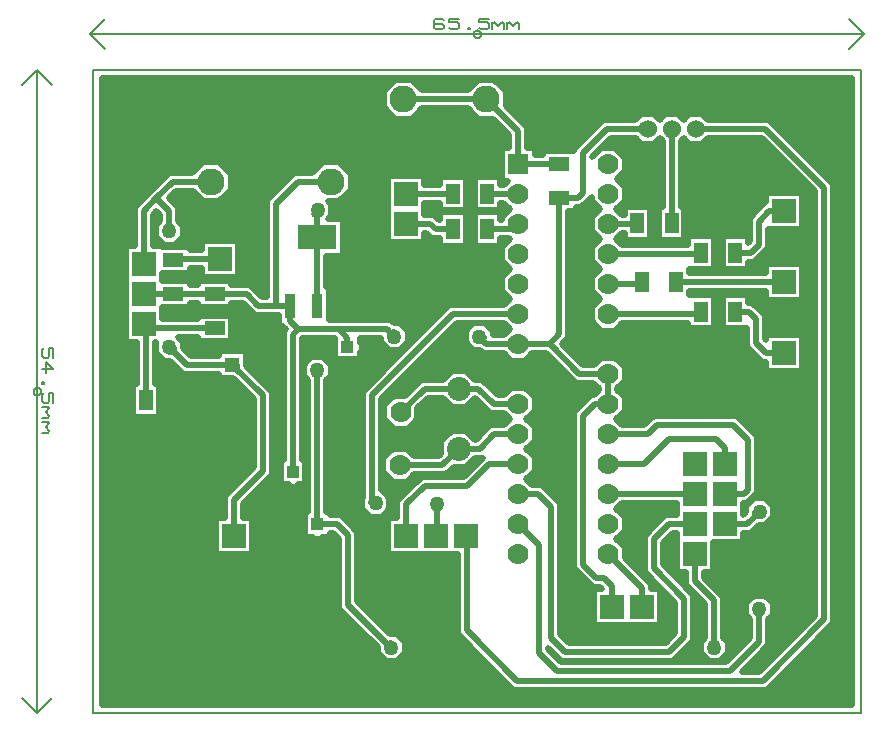
<source format=gbr>
G04 PROTEUS RS274X GERBER FILE*
%FSLAX45Y45*%
%MOMM*%
G01*
%ADD10C,0.508000*%
%ADD11C,1.270000*%
%ADD12R,2.032000X2.032000*%
%ADD23R,1.803400X1.143000*%
%ADD24R,1.143000X1.803400*%
%ADD13R,1.280000X1.280000*%
%ADD14C,0.254000*%
%ADD15C,1.280000*%
%ADD16R,1.050000X1.050000*%
%ADD17C,1.050000*%
%ADD18C,2.286000*%
%ADD25R,0.939800X2.159000*%
%ADD26R,3.251200X2.159000*%
%ADD19R,1.778000X1.778000*%
%ADD70C,1.778000*%
%ADD71C,2.032000*%
%ADD20C,1.524000*%
%ADD21C,4.000000*%
%ADD22C,0.203200*%
G36*
X+6496909Y+123660D02*
X+144229Y+123660D01*
X+144229Y+5426340D01*
X+6496909Y+5426340D01*
X+6496909Y+123660D01*
G37*
%LPC*%
G36*
X+2251668Y+4618386D02*
X+2251668Y+4481614D01*
X+2154955Y+4384901D01*
X+2058710Y+4384901D01*
X+2086637Y+4356974D01*
X+2086637Y+4262286D01*
X+2063100Y+4238749D01*
X+2183928Y+4238749D01*
X+2183928Y+3921251D01*
X+2046768Y+3921251D01*
X+2046768Y+3658749D01*
X+2068358Y+3658749D01*
X+2068358Y+3376348D01*
X+2592729Y+3376348D01*
X+2616225Y+3352852D01*
X+2670108Y+3352852D01*
X+2737063Y+3285897D01*
X+2737063Y+3191209D01*
X+2670108Y+3124254D01*
X+2575420Y+3124254D01*
X+2508465Y+3191209D01*
X+2508465Y+3223950D01*
X+2328868Y+3223950D01*
X+2328868Y+3188717D01*
X+2350551Y+3210400D01*
X+2400587Y+3210400D01*
X+2435969Y+3175018D01*
X+2435969Y+3124982D01*
X+2400587Y+3089600D01*
X+2350551Y+3089600D01*
X+2328868Y+3111283D01*
X+2328868Y+3046701D01*
X+2122270Y+3046701D01*
X+2122270Y+3223950D01*
X+1842881Y+3223950D01*
X+1841768Y+3222837D01*
X+1841768Y+2198299D01*
X+1868868Y+2198299D01*
X+1868868Y+1991701D01*
X+1804286Y+1991701D01*
X+1825969Y+1970018D01*
X+1825969Y+1919982D01*
X+1790587Y+1884600D01*
X+1740551Y+1884600D01*
X+1705169Y+1919982D01*
X+1705169Y+1970018D01*
X+1726852Y+1991701D01*
X+1662270Y+1991701D01*
X+1662270Y+2198299D01*
X+1689370Y+2198299D01*
X+1689370Y+3285959D01*
X+1703560Y+3300149D01*
X+1664370Y+3339339D01*
X+1664370Y+3341251D01*
X+1642780Y+3341251D01*
X+1642780Y+3423801D01*
X+1440692Y+3423801D01*
X+1340533Y+3523960D01*
X+1241538Y+3523960D01*
X+1241538Y+3492051D01*
X+959600Y+3492051D01*
X+959600Y+3523801D01*
X+891538Y+3523801D01*
X+891538Y+3492051D01*
X+652968Y+3492051D01*
X+652968Y+3386199D01*
X+959600Y+3386199D01*
X+959600Y+3417949D01*
X+1241538Y+3417949D01*
X+1241538Y+3202051D01*
X+959600Y+3202051D01*
X+959600Y+3233801D01*
X+793686Y+3233801D01*
X+830945Y+3196542D01*
X+830945Y+3142659D01*
X+897405Y+3076199D01*
X+1135770Y+3076199D01*
X+1135770Y+3114799D01*
X+1365368Y+3114799D01*
X+1365368Y+2992961D01*
X+1584125Y+2774204D01*
X+1584125Y+2069008D01*
X+1339407Y+1824290D01*
X+1339407Y+1702399D01*
X+1418968Y+1702399D01*
X+1418968Y+1397601D01*
X+1114170Y+1397601D01*
X+1114170Y+1702399D01*
X+1187009Y+1702399D01*
X+1187009Y+1887412D01*
X+1431727Y+2132130D01*
X+1431727Y+2711082D01*
X+1257608Y+2885201D01*
X+1135770Y+2885201D01*
X+1135770Y+2923801D01*
X+834283Y+2923801D01*
X+723185Y+3034899D01*
X+669302Y+3034899D01*
X+602347Y+3101854D01*
X+602347Y+3193601D01*
X+596768Y+3193601D01*
X+596768Y+2840969D01*
X+628518Y+2840969D01*
X+628518Y+2559031D01*
X+412620Y+2559031D01*
X+412620Y+2840969D01*
X+444370Y+2840969D01*
X+444370Y+3193601D01*
X+348170Y+3193601D01*
X+348170Y+4006399D01*
X+424370Y+4006399D01*
X+424370Y+4334747D01*
X+713655Y+4624032D01*
X+911116Y+4624032D01*
X+1002183Y+4715099D01*
X+1138955Y+4715099D01*
X+1235668Y+4618386D01*
X+1235668Y+4481614D01*
X+1138955Y+4384901D01*
X+1002183Y+4384901D01*
X+915450Y+4471634D01*
X+776779Y+4471634D01*
X+716738Y+4411591D01*
X+792845Y+4335484D01*
X+792845Y+4216775D01*
X+830945Y+4178675D01*
X+830945Y+4083987D01*
X+763990Y+4017032D01*
X+669302Y+4017032D01*
X+602347Y+4083987D01*
X+602347Y+4178675D01*
X+640447Y+4216775D01*
X+640447Y+4272362D01*
X+608978Y+4303831D01*
X+576768Y+4271622D01*
X+576768Y+4006399D01*
X+652968Y+4006399D01*
X+652968Y+3997949D01*
X+891538Y+3997949D01*
X+891538Y+3976199D01*
X+998170Y+3976199D01*
X+998170Y+4052399D01*
X+1302968Y+4052399D01*
X+1302968Y+3747601D01*
X+998170Y+3747601D01*
X+998170Y+3823801D01*
X+891538Y+3823801D01*
X+891538Y+3782051D01*
X+652968Y+3782051D01*
X+652968Y+3707949D01*
X+891538Y+3707949D01*
X+891538Y+3676199D01*
X+959600Y+3676199D01*
X+959600Y+3707949D01*
X+1241538Y+3707949D01*
X+1241538Y+3676358D01*
X+1403655Y+3676358D01*
X+1503814Y+3576199D01*
X+1544370Y+3576199D01*
X+1544370Y+4397823D01*
X+1773205Y+4626658D01*
X+1929742Y+4626658D01*
X+2018183Y+4715099D01*
X+2154955Y+4715099D01*
X+2251668Y+4618386D01*
G37*
G36*
X+835969Y+2710521D02*
X+835969Y+2689479D01*
X+821090Y+2674600D01*
X+800048Y+2674600D01*
X+785169Y+2689479D01*
X+785169Y+2710521D01*
X+800048Y+2725400D01*
X+821090Y+2725400D01*
X+835969Y+2710521D01*
G37*
G36*
X+1222444Y+2567900D02*
X+1278694Y+2567900D01*
X+1318469Y+2528125D01*
X+1318469Y+2471875D01*
X+1278694Y+2432100D01*
X+1222444Y+2432100D01*
X+1182669Y+2471875D01*
X+1182669Y+2528125D01*
X+1222444Y+2567900D01*
G37*
G36*
X+1444369Y+1518437D02*
X+1444369Y+1581563D01*
X+1489006Y+1626200D01*
X+1552132Y+1626200D01*
X+1596769Y+1581563D01*
X+1596769Y+1518437D01*
X+1552132Y+1473800D01*
X+1489006Y+1473800D01*
X+1444369Y+1518437D01*
G37*
G36*
X+1328369Y+3868437D02*
X+1328369Y+3931563D01*
X+1373006Y+3976200D01*
X+1436132Y+3976200D01*
X+1480769Y+3931563D01*
X+1480769Y+3868437D01*
X+1436132Y+3823800D01*
X+1373006Y+3823800D01*
X+1328369Y+3868437D01*
G37*
G36*
X+2225969Y+3510521D02*
X+2225969Y+3489479D01*
X+2211090Y+3474600D01*
X+2190048Y+3474600D01*
X+2175169Y+3489479D01*
X+2175169Y+3510521D01*
X+2190048Y+3525400D01*
X+2211090Y+3525400D01*
X+2225969Y+3510521D01*
G37*
G36*
X+2082403Y+3002308D02*
X+2082403Y+2907620D01*
X+2044303Y+2869520D01*
X+2044303Y+1753299D01*
X+2073868Y+1753299D01*
X+2073868Y+1726199D01*
X+2170569Y+1726199D01*
X+2307646Y+1589122D01*
X+2307646Y+1000689D01*
X+2588974Y+719361D01*
X+2642857Y+719361D01*
X+2709812Y+652406D01*
X+2709812Y+557718D01*
X+2642857Y+490763D01*
X+2548169Y+490763D01*
X+2481214Y+557718D01*
X+2481214Y+611601D01*
X+2155248Y+937567D01*
X+2155248Y+1526000D01*
X+2107447Y+1573801D01*
X+2073868Y+1573801D01*
X+2073868Y+1546701D01*
X+2009286Y+1546701D01*
X+2030969Y+1525018D01*
X+2030969Y+1474982D01*
X+1995587Y+1439600D01*
X+1945551Y+1439600D01*
X+1910169Y+1474982D01*
X+1910169Y+1525018D01*
X+1931852Y+1546701D01*
X+1867270Y+1546701D01*
X+1867270Y+1753299D01*
X+1891905Y+1753299D01*
X+1891905Y+2869520D01*
X+1853805Y+2907620D01*
X+1853805Y+3002308D01*
X+1920760Y+3069263D01*
X+2015448Y+3069263D01*
X+2082403Y+3002308D01*
G37*
G36*
X+3565099Y+5318386D02*
X+3565099Y+5192661D01*
X+3746768Y+5010992D01*
X+3746768Y+4839699D01*
X+3810268Y+4839699D01*
X+3810268Y+4776199D01*
X+3879600Y+4776199D01*
X+3879600Y+4807949D01*
X+4141511Y+4807949D01*
X+4141511Y+4826604D01*
X+4345337Y+5030430D01*
X+4345337Y+5030432D01*
X+4389973Y+5075068D01*
X+4662833Y+5075068D01*
X+4714764Y+5126999D01*
X+4819974Y+5126999D01*
X+4868969Y+5078004D01*
X+4917964Y+5126999D01*
X+5023174Y+5126999D01*
X+5072169Y+5078004D01*
X+5121164Y+5126999D01*
X+5226374Y+5126999D01*
X+5277174Y+5076199D01*
X+5795939Y+5076199D01*
X+6339799Y+4532339D01*
X+6339799Y+814096D01*
X+5774771Y+249068D01*
X+3630089Y+249068D01*
X+3157987Y+721170D01*
X+3157987Y+1397601D01*
X+2572170Y+1397601D01*
X+2572170Y+1702399D01*
X+2648370Y+1702399D01*
X+2648370Y+1850005D01*
X+2853554Y+2055189D01*
X+3210430Y+2055189D01*
X+3371042Y+2215801D01*
X+3309895Y+2215801D01*
X+3233695Y+2139601D01*
X+3125930Y+2139601D01*
X+3060130Y+2073801D01*
X+2791934Y+2073801D01*
X+2728434Y+2010301D01*
X+2612704Y+2010301D01*
X+2530870Y+2092135D01*
X+2530870Y+2207865D01*
X+2612704Y+2289699D01*
X+2728434Y+2289699D01*
X+2791934Y+2226199D01*
X+2997008Y+2226199D01*
X+3018170Y+2247361D01*
X+3018170Y+2355126D01*
X+3107443Y+2444399D01*
X+3233695Y+2444399D01*
X+3309895Y+2368199D01*
X+3313854Y+2368199D01*
X+3435859Y+2490204D01*
X+3549209Y+2490204D01*
X+3600005Y+2541000D01*
X+3549924Y+2591081D01*
X+3435859Y+2591081D01*
X+3306517Y+2720423D01*
X+3233695Y+2647601D01*
X+3107443Y+2647601D01*
X+3031243Y+2723801D01*
X+2910130Y+2723801D01*
X+2818268Y+2631939D01*
X+2818268Y+2542135D01*
X+2736434Y+2460301D01*
X+2620704Y+2460301D01*
X+2538870Y+2542135D01*
X+2538870Y+2657865D01*
X+2620704Y+2739699D01*
X+2710508Y+2739699D01*
X+2847008Y+2876199D01*
X+3031243Y+2876199D01*
X+3107443Y+2952399D01*
X+3233695Y+2952399D01*
X+3309895Y+2876199D01*
X+3366261Y+2876199D01*
X+3498981Y+2743479D01*
X+3548484Y+2743479D01*
X+3612704Y+2807699D01*
X+3728434Y+2807699D01*
X+3810268Y+2725865D01*
X+3810268Y+2610135D01*
X+3741133Y+2541000D01*
X+3810268Y+2471865D01*
X+3810268Y+2356135D01*
X+3741133Y+2287000D01*
X+3810268Y+2217865D01*
X+3810268Y+2102135D01*
X+3741133Y+2033000D01*
X+3791934Y+1982199D01*
X+3872528Y+1982199D01*
X+4026199Y+1828528D01*
X+4026199Y+719167D01*
X+4099637Y+645729D01*
X+4920708Y+645729D01*
X+5002384Y+727405D01*
X+5002384Y+988304D01*
X+4741519Y+1249169D01*
X+4741519Y+1553933D01*
X+4917963Y+1730377D01*
X+5014170Y+1730377D01*
X+5014170Y+1829801D01*
X+4553934Y+1829801D01*
X+4503133Y+1779000D01*
X+4572268Y+1709865D01*
X+4572268Y+1594135D01*
X+4503133Y+1525000D01*
X+4572268Y+1455865D01*
X+4572268Y+1366061D01*
X+4796768Y+1141561D01*
X+4796768Y+1102399D01*
X+4872968Y+1102399D01*
X+4872968Y+797601D01*
X+4314170Y+797601D01*
X+4314170Y+1102399D01*
X+4381009Y+1102399D01*
X+4363050Y+1120358D01*
X+4301258Y+1120358D01*
X+4143137Y+1278479D01*
X+4143137Y+2598245D01*
X+4289091Y+2744199D01*
X+4311204Y+2744199D01*
X+4356370Y+2789365D01*
X+4356370Y+2800635D01*
X+4308532Y+2848473D01*
X+4158410Y+2848473D01*
X+3907082Y+3099801D01*
X+3791934Y+3099801D01*
X+3728434Y+3036301D01*
X+3612704Y+3036301D01*
X+3549204Y+3099801D01*
X+3370887Y+3099801D01*
X+3346434Y+3124254D01*
X+3292551Y+3124254D01*
X+3225596Y+3191209D01*
X+3225596Y+3285897D01*
X+3292551Y+3352852D01*
X+3387239Y+3352852D01*
X+3454194Y+3285897D01*
X+3454194Y+3252199D01*
X+3549204Y+3252199D01*
X+3600005Y+3303000D01*
X+3549204Y+3353801D01*
X+3149580Y+3353801D01*
X+2506573Y+2710794D01*
X+2506573Y+1943074D01*
X+2514588Y+1943074D01*
X+2581543Y+1876119D01*
X+2581543Y+1781431D01*
X+2514588Y+1714476D01*
X+2419900Y+1714476D01*
X+2352945Y+1781431D01*
X+2352945Y+1876119D01*
X+2354175Y+1877349D01*
X+2354175Y+2773916D01*
X+3086458Y+3506199D01*
X+3549204Y+3506199D01*
X+3600005Y+3557000D01*
X+3530870Y+3626135D01*
X+3530870Y+3741865D01*
X+3600005Y+3811000D01*
X+3530870Y+3880135D01*
X+3530870Y+3995865D01*
X+3600005Y+4065000D01*
X+3591204Y+4073801D01*
X+3518518Y+4073801D01*
X+3518518Y+4009031D01*
X+3302620Y+4009031D01*
X+3302620Y+4290969D01*
X+3518518Y+4290969D01*
X+3518518Y+4226199D01*
X+3530870Y+4226199D01*
X+3530870Y+4249865D01*
X+3600005Y+4319000D01*
X+3545204Y+4373801D01*
X+3518518Y+4373801D01*
X+3518518Y+4309031D01*
X+3302620Y+4309031D01*
X+3302620Y+4590969D01*
X+3518518Y+4590969D01*
X+3518518Y+4526199D01*
X+3553204Y+4526199D01*
X+3587306Y+4560301D01*
X+3530870Y+4560301D01*
X+3530870Y+4839699D01*
X+3594370Y+4839699D01*
X+3594370Y+4947870D01*
X+3457339Y+5084901D01*
X+3331614Y+5084901D01*
X+3242714Y+5173801D01*
X+2857286Y+5173801D01*
X+2768386Y+5084901D01*
X+2631614Y+5084901D01*
X+2534901Y+5181614D01*
X+2534901Y+5318386D01*
X+2631614Y+5415099D01*
X+2768386Y+5415099D01*
X+2857286Y+5326199D01*
X+3242714Y+5326199D01*
X+3331614Y+5415099D01*
X+3468386Y+5415099D01*
X+3565099Y+5318386D01*
G37*
G36*
X+3607069Y+2895697D02*
X+3607069Y+2948303D01*
X+3644266Y+2985500D01*
X+3696872Y+2985500D01*
X+3734069Y+2948303D01*
X+3734069Y+2895697D01*
X+3696872Y+2858500D01*
X+3644266Y+2858500D01*
X+3607069Y+2895697D01*
G37*
G36*
X+2234069Y+2626303D02*
X+2234069Y+2573697D01*
X+2196872Y+2536500D01*
X+2144266Y+2536500D01*
X+2107069Y+2573697D01*
X+2107069Y+2626303D01*
X+2144266Y+2663500D01*
X+2196872Y+2663500D01*
X+2234069Y+2626303D01*
G37*
G36*
X+2226069Y+2176303D02*
X+2226069Y+2123697D01*
X+2188872Y+2086500D01*
X+2136266Y+2086500D01*
X+2099069Y+2123697D01*
X+2099069Y+2176303D01*
X+2136266Y+2213500D01*
X+2188872Y+2213500D01*
X+2226069Y+2176303D01*
G37*
G36*
X+2872968Y+4526199D02*
X+3012620Y+4526199D01*
X+3012620Y+4590969D01*
X+3228518Y+4590969D01*
X+3228518Y+4309031D01*
X+3012620Y+4309031D01*
X+3012620Y+4373801D01*
X+2872968Y+4373801D01*
X+2872968Y+4272199D01*
X+2956934Y+4272199D01*
X+3004095Y+4225038D01*
X+3012620Y+4225038D01*
X+3012620Y+4290969D01*
X+3228518Y+4290969D01*
X+3228518Y+4009031D01*
X+3012620Y+4009031D01*
X+3012620Y+4072640D01*
X+2940973Y+4072640D01*
X+2893812Y+4119801D01*
X+2872968Y+4119801D01*
X+2872968Y+4043601D01*
X+2568170Y+4043601D01*
X+2568170Y+4602399D01*
X+2872968Y+4602399D01*
X+2872968Y+4526199D01*
G37*
G36*
X+2689006Y+4018200D02*
X+2752132Y+4018200D01*
X+2796769Y+3973563D01*
X+2796769Y+3910437D01*
X+2752132Y+3865800D01*
X+2689006Y+3865800D01*
X+2644369Y+3910437D01*
X+2644369Y+3973563D01*
X+2689006Y+4018200D01*
G37*
G36*
X+2546769Y+1581563D02*
X+2546769Y+1518437D01*
X+2502132Y+1473800D01*
X+2439006Y+1473800D01*
X+2394369Y+1518437D01*
X+2394369Y+1581563D01*
X+2439006Y+1626200D01*
X+2502132Y+1626200D01*
X+2546769Y+1581563D01*
G37*
G36*
X+4288769Y+981563D02*
X+4288769Y+918437D01*
X+4244132Y+873800D01*
X+4181006Y+873800D01*
X+4136369Y+918437D01*
X+4136369Y+981563D01*
X+4181006Y+1026200D01*
X+4244132Y+1026200D01*
X+4288769Y+981563D01*
G37*
G36*
X+4100354Y+2730607D02*
X+4100354Y+2772691D01*
X+4130112Y+2802449D01*
X+4172196Y+2802449D01*
X+4201954Y+2772691D01*
X+4201954Y+2730607D01*
X+4172196Y+2700849D01*
X+4130112Y+2700849D01*
X+4100354Y+2730607D01*
G37*
G36*
X+242669Y+5076311D02*
X+242669Y+5223689D01*
X+346880Y+5327900D01*
X+494258Y+5327900D01*
X+598469Y+5223689D01*
X+598469Y+5076311D01*
X+494258Y+4972100D01*
X+346880Y+4972100D01*
X+242669Y+5076311D01*
G37*
G36*
X+6042669Y+5076311D02*
X+6042669Y+5223689D01*
X+6146880Y+5327900D01*
X+6294258Y+5327900D01*
X+6398469Y+5223689D01*
X+6398469Y+5076311D01*
X+6294258Y+4972100D01*
X+6146880Y+4972100D01*
X+6042669Y+5076311D01*
G37*
G36*
X+6092669Y+276311D02*
X+6092669Y+423689D01*
X+6196880Y+527900D01*
X+6344258Y+527900D01*
X+6448469Y+423689D01*
X+6448469Y+276311D01*
X+6344258Y+172100D01*
X+6196880Y+172100D01*
X+6092669Y+276311D01*
G37*
G36*
X+192669Y+276311D02*
X+192669Y+423689D01*
X+296880Y+527900D01*
X+444258Y+527900D01*
X+548469Y+423689D01*
X+548469Y+276311D01*
X+444258Y+172100D01*
X+296880Y+172100D01*
X+192669Y+276311D01*
G37*
G36*
X+2668437Y+4876200D02*
X+2731563Y+4876200D01*
X+2776200Y+4831563D01*
X+2776200Y+4768437D01*
X+2731563Y+4723800D01*
X+2668437Y+4723800D01*
X+2623800Y+4768437D01*
X+2623800Y+4831563D01*
X+2668437Y+4876200D01*
G37*
G36*
X+3368437Y+4876200D02*
X+3431563Y+4876200D01*
X+3476200Y+4831563D01*
X+3476200Y+4768437D01*
X+3431563Y+4723800D01*
X+3368437Y+4723800D01*
X+3323800Y+4768437D01*
X+3323800Y+4831563D01*
X+3368437Y+4876200D01*
G37*
%LPD*%
G36*
X+1250569Y+3000000D02*
X+1253128Y+2961485D01*
X+1286843Y+2963726D01*
X+1289084Y+2997441D01*
X+1250569Y+3000000D01*
G37*
G36*
X+1250569Y+3000000D02*
X+1221525Y+3025424D01*
X+1199269Y+3000000D01*
X+1221525Y+2974576D01*
X+1250569Y+3000000D01*
G37*
G36*
X+1765569Y+2095000D02*
X+1785416Y+2113452D01*
X+1765569Y+2134800D01*
X+1745722Y+2113452D01*
X+1765569Y+2095000D01*
G37*
G36*
X+1970569Y+3500000D02*
X+1987342Y+3513593D01*
X+1970569Y+3534290D01*
X+1953796Y+3513593D01*
X+1970569Y+3500000D01*
G37*
G36*
X+1740569Y+3500000D02*
X+1723796Y+3486407D01*
X+1740569Y+3465710D01*
X+1757342Y+3486407D01*
X+1740569Y+3500000D01*
G37*
G36*
X+1740569Y+3500000D02*
X+1726976Y+3516773D01*
X+1706279Y+3500000D01*
X+1726976Y+3483227D01*
X+1740569Y+3500000D01*
G37*
G36*
X+2225569Y+3150000D02*
X+2245710Y+3168130D01*
X+2226209Y+3189794D01*
X+2206022Y+3168769D01*
X+2225569Y+3150000D01*
G37*
G36*
X+1970569Y+1650000D02*
X+1989021Y+1630153D01*
X+2010369Y+1650000D01*
X+1989021Y+1669847D01*
X+1970569Y+1650000D01*
G37*
G36*
X+1970569Y+1650000D02*
X+1989235Y+1669646D01*
X+1968104Y+1689723D01*
X+1949617Y+1667187D01*
X+1970569Y+1650000D01*
G37*
G36*
X+4767369Y+5000000D02*
X+4726193Y+5029751D01*
X+4703880Y+4998869D01*
X+4727279Y+4968801D01*
X+4767369Y+5000000D01*
G37*
G36*
X+4970569Y+5000000D02*
X+4940090Y+4959360D01*
X+4970569Y+4936500D01*
X+5001048Y+4959360D01*
X+4970569Y+5000000D01*
G37*
G36*
X+5173769Y+5000000D02*
X+5214409Y+4969521D01*
X+5237269Y+5000000D01*
X+5214409Y+5030479D01*
X+5173769Y+5000000D01*
G37*
G36*
X+2467244Y+1828775D02*
X+2464859Y+1866800D01*
X+2431323Y+1864696D01*
X+2429219Y+1831160D01*
X+2467244Y+1828775D01*
G37*
G36*
X+2983438Y+1824678D02*
X+2958238Y+1796103D01*
X+2983438Y+1773878D01*
X+3008638Y+1796103D01*
X+2983438Y+1824678D01*
G37*
G36*
X+5715247Y+1758784D02*
X+5677222Y+1756399D01*
X+5679326Y+1722863D01*
X+5712862Y+1720759D01*
X+5715247Y+1758784D01*
G37*
G36*
X+5713416Y+932873D02*
X+5688216Y+904298D01*
X+5713416Y+882073D01*
X+5738616Y+904298D01*
X+5713416Y+932873D01*
G37*
G36*
X+4151154Y+2751649D02*
X+4122579Y+2776849D01*
X+4100354Y+2751649D01*
X+4122579Y+2726449D01*
X+4151154Y+2751649D01*
G37*
G36*
X+3339895Y+3238553D02*
X+3342280Y+3200528D01*
X+3375816Y+3202632D01*
X+3377920Y+3236168D01*
X+3339895Y+3238553D01*
G37*
G36*
X+2622764Y+3238553D02*
X+2620379Y+3276578D01*
X+2586843Y+3274474D01*
X+2584739Y+3240938D01*
X+2622764Y+3238553D01*
G37*
G36*
X+1972338Y+4309630D02*
X+1946158Y+4281950D01*
X+1970569Y+4258861D01*
X+1996528Y+4280195D01*
X+1972338Y+4309630D01*
G37*
G36*
X+1968104Y+2954964D02*
X+1942904Y+2926389D01*
X+1968104Y+2904164D01*
X+1993304Y+2926389D01*
X+1968104Y+2954964D01*
G37*
G36*
X+2595513Y+605062D02*
X+2593128Y+643087D01*
X+2559592Y+640983D01*
X+2557488Y+607447D01*
X+2595513Y+605062D01*
G37*
G36*
X+5330246Y+605062D02*
X+5355446Y+633637D01*
X+5330246Y+655861D01*
X+5305046Y+633637D01*
X+5330246Y+605062D01*
G37*
G36*
X+716646Y+3149198D02*
X+719031Y+3111173D01*
X+752567Y+3113277D01*
X+754671Y+3146813D01*
X+716646Y+3149198D01*
G37*
G36*
X+716646Y+4131331D02*
X+741846Y+4159906D01*
X+716646Y+4182131D01*
X+691446Y+4159906D01*
X+716646Y+4131331D01*
G37*
G36*
X+6187401Y+4469217D02*
X+6187401Y+877218D01*
X+5711649Y+401466D01*
X+5564463Y+401466D01*
X+5789615Y+626618D01*
X+5789615Y+847429D01*
X+5827715Y+885529D01*
X+5827715Y+980217D01*
X+5760760Y+1047172D01*
X+5666072Y+1047172D01*
X+5599117Y+980217D01*
X+5599117Y+885529D01*
X+5637217Y+847429D01*
X+5637217Y+689740D01*
X+5432800Y+485323D01*
X+4034553Y+485323D01*
X+3927194Y+592682D01*
X+3927194Y+602652D01*
X+4036515Y+493331D01*
X+4983830Y+493331D01*
X+5154782Y+664283D01*
X+5154782Y+1051426D01*
X+4893917Y+1312291D01*
X+4893917Y+1490811D01*
X+4981085Y+1577979D01*
X+5014170Y+1577979D01*
X+5014170Y+1247601D01*
X+5093180Y+1247601D01*
X+5093180Y+1136534D01*
X+5254047Y+975667D01*
X+5254047Y+690506D01*
X+5215947Y+652406D01*
X+5215947Y+557718D01*
X+5282902Y+490763D01*
X+5377590Y+490763D01*
X+5444545Y+557718D01*
X+5444545Y+652406D01*
X+5406445Y+690506D01*
X+5406445Y+1038789D01*
X+5245578Y+1199656D01*
X+5245578Y+1247601D01*
X+5318968Y+1247601D01*
X+5318968Y+1501601D01*
X+5572968Y+1501601D01*
X+5572968Y+1577801D01*
X+5642024Y+1577801D01*
X+5708708Y+1644485D01*
X+5762591Y+1644485D01*
X+5829546Y+1711440D01*
X+5829546Y+1806128D01*
X+5762591Y+1873083D01*
X+5667903Y+1873083D01*
X+5600948Y+1806128D01*
X+5600948Y+1752245D01*
X+5578902Y+1730199D01*
X+5572968Y+1730199D01*
X+5572968Y+1832093D01*
X+5612898Y+1832093D01*
X+5693718Y+1912913D01*
X+5693718Y+2397558D01*
X+5520632Y+2570644D01*
X+4818893Y+2570644D01*
X+4738448Y+2490199D01*
X+4553934Y+2490199D01*
X+4503133Y+2541000D01*
X+4572268Y+2610135D01*
X+4572268Y+2725865D01*
X+4508768Y+2789365D01*
X+4508768Y+2800635D01*
X+4572268Y+2864135D01*
X+4572268Y+2979865D01*
X+4490434Y+3061699D01*
X+4374704Y+3061699D01*
X+4313876Y+3000871D01*
X+4221532Y+3000871D01*
X+4046403Y+3176000D01*
X+4096768Y+3226365D01*
X+4096768Y+4302051D01*
X+4161538Y+4302051D01*
X+4161538Y+4333801D01*
X+4205548Y+4333801D01*
X+4292870Y+4421123D01*
X+4292870Y+4388135D01*
X+4362005Y+4319000D01*
X+4292870Y+4249865D01*
X+4292870Y+4134135D01*
X+4362005Y+4065000D01*
X+4292870Y+3995865D01*
X+4292870Y+3880135D01*
X+4362005Y+3811000D01*
X+4292870Y+3741865D01*
X+4292870Y+3626135D01*
X+4362005Y+3557000D01*
X+4292870Y+3487865D01*
X+4292870Y+3372135D01*
X+4374704Y+3290301D01*
X+4490434Y+3290301D01*
X+4553934Y+3353801D01*
X+5112620Y+3353801D01*
X+5112620Y+3309031D01*
X+5328518Y+3309031D01*
X+5328518Y+3590969D01*
X+5118518Y+3590969D01*
X+5118518Y+3623801D01*
X+5768170Y+3623801D01*
X+5768170Y+3547601D01*
X+6072968Y+3547601D01*
X+6072968Y+3852399D01*
X+5768170Y+3852399D01*
X+5768170Y+3776199D01*
X+5118518Y+3776199D01*
X+5118518Y+3809031D01*
X+5328518Y+3809031D01*
X+5328518Y+4090969D01*
X+5112620Y+4090969D01*
X+5112620Y+4014199D01*
X+4553934Y+4014199D01*
X+4503133Y+4065000D01*
X+4553934Y+4115801D01*
X+4572620Y+4115801D01*
X+4572620Y+4059031D01*
X+4788518Y+4059031D01*
X+4788518Y+4340969D01*
X+4572620Y+4340969D01*
X+4572620Y+4268199D01*
X+4553934Y+4268199D01*
X+4503133Y+4319000D01*
X+4572268Y+4388135D01*
X+4572268Y+4503865D01*
X+4504133Y+4572000D01*
X+4572268Y+4640135D01*
X+4572268Y+4755865D01*
X+4490434Y+4837699D01*
X+4374704Y+4837699D01*
X+4293909Y+4756904D01*
X+4293909Y+4763482D01*
X+4453097Y+4922670D01*
X+4665095Y+4922670D01*
X+4714764Y+4873001D01*
X+4819974Y+4873001D01*
X+4868969Y+4921996D01*
X+4894370Y+4896595D01*
X+4894370Y+4340969D01*
X+4862620Y+4340969D01*
X+4862620Y+4059031D01*
X+5078518Y+4059031D01*
X+5078518Y+4340969D01*
X+5046768Y+4340969D01*
X+5046768Y+4896595D01*
X+5072169Y+4921996D01*
X+5121164Y+4873001D01*
X+5226374Y+4873001D01*
X+5277174Y+4923801D01*
X+5732817Y+4923801D01*
X+6187401Y+4469217D01*
G37*
%LPC*%
G36*
X+4369069Y+3149697D02*
X+4369069Y+3202303D01*
X+4406266Y+3239500D01*
X+4458872Y+3239500D01*
X+4496069Y+3202303D01*
X+4496069Y+3149697D01*
X+4458872Y+3112500D01*
X+4406266Y+3112500D01*
X+4369069Y+3149697D01*
G37*
G36*
X+5618518Y+3526199D02*
X+5653575Y+3526199D01*
X+5759588Y+3420186D01*
X+5759588Y+3217564D01*
X+5768170Y+3208982D01*
X+5768170Y+3252399D01*
X+6072968Y+3252399D01*
X+6072968Y+2947601D01*
X+5768170Y+2947601D01*
X+5768170Y+3025379D01*
X+5736253Y+3025379D01*
X+5607190Y+3154442D01*
X+5607190Y+3309031D01*
X+5402620Y+3309031D01*
X+5402620Y+3590969D01*
X+5618518Y+3590969D01*
X+5618518Y+3526199D01*
G37*
G36*
X+6072968Y+4147601D02*
X+5784916Y+4147601D01*
X+5784916Y+3986635D01*
X+5672082Y+3873801D01*
X+5618518Y+3873801D01*
X+5618518Y+3809031D01*
X+5402620Y+3809031D01*
X+5402620Y+4090969D01*
X+5618518Y+4090969D01*
X+5618518Y+4035757D01*
X+5632518Y+4049757D01*
X+5632518Y+4245141D01*
X+5762787Y+4375410D01*
X+5768170Y+4375410D01*
X+5768170Y+4452399D01*
X+6072968Y+4452399D01*
X+6072968Y+4147601D01*
G37*
G36*
X+5889006Y+2922200D02*
X+5952132Y+2922200D01*
X+5996769Y+2877563D01*
X+5996769Y+2814437D01*
X+5952132Y+2769800D01*
X+5889006Y+2769800D01*
X+5844369Y+2814437D01*
X+5844369Y+2877563D01*
X+5889006Y+2922200D01*
G37*
G36*
X+5889006Y+3522200D02*
X+5952132Y+3522200D01*
X+5996769Y+3477563D01*
X+5996769Y+3414437D01*
X+5952132Y+3369800D01*
X+5889006Y+3369800D01*
X+5844369Y+3414437D01*
X+5844369Y+3477563D01*
X+5889006Y+3522200D01*
G37*
G36*
X+5889006Y+4122200D02*
X+5952132Y+4122200D01*
X+5996769Y+4077563D01*
X+5996769Y+4014437D01*
X+5952132Y+3969800D01*
X+5889006Y+3969800D01*
X+5844369Y+4014437D01*
X+5844369Y+4077563D01*
X+5889006Y+4122200D01*
G37*
G36*
X+5452132Y+1323800D02*
X+5389006Y+1323800D01*
X+5344369Y+1368437D01*
X+5344369Y+1431563D01*
X+5389006Y+1476200D01*
X+5452132Y+1476200D01*
X+5496769Y+1431563D01*
X+5496769Y+1368437D01*
X+5452132Y+1323800D01*
G37*
G36*
X+4098518Y+3217302D02*
X+4098518Y+3259386D01*
X+4128276Y+3289144D01*
X+4170360Y+3289144D01*
X+4200118Y+3259386D01*
X+4200118Y+3217302D01*
X+4170360Y+3187544D01*
X+4128276Y+3187544D01*
X+4098518Y+3217302D01*
G37*
%LPD*%
G36*
X+4149318Y+3238344D02*
X+4177893Y+3213144D01*
X+4200118Y+3238344D01*
X+4177893Y+3263544D01*
X+4149318Y+3238344D01*
G37*
D10*
X+750569Y+3600000D02*
X+500569Y+3600000D01*
X+750569Y+3600000D02*
X+1100569Y+3600000D01*
X+1150569Y+3900000D02*
X+760569Y+3900000D01*
X+750569Y+3890000D01*
X+1970569Y+3500000D02*
X+1970569Y+4080000D01*
X+4432569Y+2922000D02*
X+4432569Y+2668000D01*
X+3170569Y+2800000D02*
X+3334700Y+2800000D01*
X+3467420Y+2667280D01*
X+3669849Y+2667280D01*
X+3670569Y+2668000D01*
X+3170569Y+2292000D02*
X+3345415Y+2292000D01*
X+3467420Y+2414005D01*
X+3670564Y+2414005D01*
X+3670569Y+2414000D01*
X+2670569Y+2150000D02*
X+3028569Y+2150000D01*
X+3170569Y+2292000D01*
X+2678569Y+2600000D02*
X+2878569Y+2800000D01*
X+3068969Y+2800000D01*
X+3170569Y+2800000D01*
X+3670569Y+4700000D02*
X+4020569Y+4700000D01*
X+3410569Y+4450000D02*
X+3666569Y+4450000D01*
X+3670569Y+4446000D01*
X+3410569Y+4150000D02*
X+3628569Y+4150000D01*
X+3670569Y+4192000D01*
X+4432569Y+4192000D02*
X+4672569Y+4192000D01*
X+4680569Y+4200000D01*
X+4432569Y+3938000D02*
X+5208569Y+3938000D01*
X+5220569Y+3950000D01*
X+4432569Y+3684000D02*
X+4704569Y+3684000D01*
X+4720569Y+3700000D01*
X+4432569Y+3430000D02*
X+5200569Y+3430000D01*
X+5220569Y+3450000D01*
X+5010569Y+3700000D02*
X+5920569Y+3700000D01*
X+5510569Y+3950000D02*
X+5640521Y+3950000D01*
X+5708717Y+4018196D01*
X+5708717Y+4213580D01*
X+5794348Y+4299211D01*
X+5919780Y+4299211D01*
X+5920569Y+4300000D01*
X+5510569Y+3450000D02*
X+5622014Y+3450000D01*
X+5683389Y+3388625D01*
X+5683389Y+3186003D01*
X+5767814Y+3101578D01*
X+5918991Y+3101578D01*
X+5920569Y+3100000D01*
X+4432569Y+2160000D02*
X+4733103Y+2160000D01*
X+4950013Y+2376910D01*
X+5346209Y+2376910D01*
X+5424905Y+2298214D01*
X+5424905Y+2166336D01*
X+5420569Y+2162000D01*
X+4432569Y+1906000D02*
X+5164569Y+1906000D01*
X+5166569Y+1908000D01*
X+4432569Y+2414000D02*
X+4770009Y+2414000D01*
X+4850454Y+2494445D01*
X+5489071Y+2494445D01*
X+5617519Y+2365997D01*
X+5617519Y+1944474D01*
X+5581337Y+1908292D01*
X+5420861Y+1908292D01*
X+5420569Y+1908000D01*
X+5920569Y+2846000D02*
X+5920569Y+1640565D01*
X+5676768Y+1396764D01*
X+5423805Y+1396764D01*
X+5420569Y+1400000D01*
X+4020569Y+4410000D02*
X+4020569Y+3257926D01*
X+3938643Y+3176000D01*
X+3670569Y+3176000D02*
X+3938643Y+3176000D01*
X+4189971Y+2924672D01*
X+4429897Y+2924672D01*
X+4432569Y+2922000D01*
X+4970569Y+4200000D02*
X+4970569Y+5000000D01*
X+2720569Y+4450000D02*
X+3120569Y+4450000D01*
X+2720569Y+4196000D02*
X+2925373Y+4196000D01*
X+2972534Y+4148839D01*
X+3119408Y+4148839D01*
X+3120569Y+4150000D01*
X+2724569Y+1550000D02*
X+2724569Y+1818444D01*
X+2885115Y+1978990D01*
X+3241991Y+1978990D01*
X+3422248Y+2159247D01*
X+3669816Y+2159247D01*
X+3670569Y+2160000D01*
X+3670569Y+3430000D02*
X+3118019Y+3430000D01*
X+2430374Y+2742355D01*
X+2430374Y+1865645D01*
X+2467244Y+1828775D01*
X+2983438Y+1824678D02*
X+2983438Y+1554869D01*
X+2978569Y+1550000D01*
X+4020569Y+4410000D02*
X+4173987Y+4410000D01*
X+4217710Y+4453723D01*
X+4217710Y+4795043D01*
X+4421536Y+4998869D01*
X+4766238Y+4998869D01*
X+4767369Y+5000000D01*
X+4720569Y+950000D02*
X+4720569Y+1110000D01*
X+4432569Y+1398000D01*
X+4432569Y+2668000D02*
X+4320652Y+2668000D01*
X+4219336Y+2566684D01*
X+4219336Y+1310040D01*
X+4332819Y+1196557D01*
X+4394611Y+1196557D01*
X+4465890Y+1125278D01*
X+4465890Y+950679D01*
X+4466569Y+950000D01*
X+3670569Y+1906000D02*
X+3840967Y+1906000D01*
X+3950000Y+1796967D01*
X+3950000Y+687606D01*
X+4068076Y+569530D01*
X+4952269Y+569530D01*
X+5078583Y+695844D01*
X+5078583Y+1019865D01*
X+4817718Y+1280730D01*
X+4817718Y+1522372D01*
X+4949524Y+1654178D01*
X+5166391Y+1654178D01*
X+5166569Y+1654000D01*
X+5420569Y+1654000D02*
X+5610463Y+1654000D01*
X+5715247Y+1758784D01*
X+5713416Y+932873D02*
X+5713416Y+658179D01*
X+5464361Y+409124D01*
X+4002992Y+409124D01*
X+3850995Y+561121D01*
X+3850995Y+1471574D01*
X+3670569Y+1652000D01*
X+5173769Y+5000000D02*
X+5764378Y+5000000D01*
X+6263600Y+4500778D01*
X+6263600Y+845657D01*
X+5743210Y+325267D01*
X+3661650Y+325267D01*
X+3234186Y+752731D01*
X+3234186Y+1548383D01*
X+3232569Y+1550000D01*
X+3670569Y+2922000D02*
X+3840920Y+2751649D01*
X+4151154Y+2751649D01*
X+4149318Y+3238344D02*
X+4370225Y+3238344D01*
X+4432569Y+3176000D01*
X+1250569Y+3000000D02*
X+1507926Y+2742643D01*
X+1507926Y+2716581D01*
X+1507926Y+2100569D01*
X+1263208Y+1855851D01*
X+1263208Y+1553361D01*
X+1266569Y+1550000D01*
X+1765569Y+2095000D02*
X+1765569Y+3254398D01*
X+1811320Y+3300149D01*
X+1740569Y+3500000D02*
X+1740569Y+3370900D01*
X+1811320Y+3300149D01*
X+3670569Y+3176000D02*
X+3402448Y+3176000D01*
X+3339895Y+3238553D01*
X+2622764Y+3238553D02*
X+2561168Y+3300149D01*
X+2155453Y+3300149D01*
X+1811320Y+3300149D02*
X+2155453Y+3300149D01*
X+2226209Y+3229393D01*
X+2226209Y+3150640D01*
X+2225569Y+3150000D01*
X+1570569Y+3500000D02*
X+1472253Y+3500000D01*
X+1372094Y+3600159D01*
X+1100728Y+3600159D01*
X+1100569Y+3600000D01*
X+1620569Y+3500000D02*
X+1620569Y+4366262D01*
X+1804766Y+4550459D01*
X+2086110Y+4550459D01*
X+2086569Y+4550000D01*
X+1740569Y+3500000D02*
X+1620569Y+3500000D01*
X+1570569Y+3500000D01*
X+1970569Y+4080000D02*
X+1970569Y+4307861D01*
X+1972338Y+4309630D01*
X+1968104Y+2954964D02*
X+1968104Y+1652465D01*
X+1970569Y+1650000D01*
X+2139008Y+1650000D01*
X+2231447Y+1557561D01*
X+2231447Y+969128D01*
X+2595513Y+605062D01*
X+5330246Y+605062D02*
X+5330246Y+1007228D01*
X+5169379Y+1168095D01*
X+5169379Y+1397190D01*
X+5166569Y+1400000D01*
X+1250569Y+3000000D02*
X+865844Y+3000000D01*
X+716646Y+3149198D01*
X+716646Y+4131331D02*
X+716646Y+4303923D01*
X+608977Y+4411592D01*
X+500569Y+3854000D02*
X+500569Y+4303185D01*
X+608977Y+4411592D01*
X+745217Y+4547833D01*
X+1068402Y+4547833D01*
X+1070569Y+4550000D01*
X+520569Y+2700000D02*
X+520569Y+3326000D01*
X+500569Y+3346000D01*
X+1100569Y+3310000D02*
X+536569Y+3310000D01*
X+520569Y+3326000D01*
X+2700000Y+5250000D02*
X+3400000Y+5250000D01*
X+3670569Y+4700000D02*
X+3670569Y+4979431D01*
X+3400000Y+5250000D01*
X+1250569Y+3000000D02*
X+1253128Y+2961485D01*
X+1286843Y+2963726D01*
X+1289084Y+2997441D01*
X+1250569Y+3000000D01*
X+1221525Y+3025424D01*
X+1199269Y+3000000D01*
X+1221525Y+2974576D01*
X+1250569Y+3000000D01*
X+1765569Y+2095000D02*
X+1785416Y+2113452D01*
X+1765569Y+2134800D01*
X+1745722Y+2113452D01*
X+1765569Y+2095000D01*
X+1970569Y+3500000D02*
X+1987342Y+3513593D01*
X+1970569Y+3534290D01*
X+1953796Y+3513593D01*
X+1970569Y+3500000D01*
X+1740569Y+3500000D02*
X+1723796Y+3486407D01*
X+1740569Y+3465710D01*
X+1757342Y+3486407D01*
X+1740569Y+3500000D01*
X+1726976Y+3516773D01*
X+1706279Y+3500000D01*
X+1726976Y+3483227D01*
X+1740569Y+3500000D01*
X+2225569Y+3150000D02*
X+2245710Y+3168130D01*
X+2226209Y+3189794D01*
X+2206022Y+3168769D01*
X+2225569Y+3150000D01*
X+1970569Y+1650000D02*
X+1989021Y+1630153D01*
X+2010369Y+1650000D01*
X+1989021Y+1669847D01*
X+1970569Y+1650000D01*
X+1989235Y+1669646D01*
X+1968104Y+1689723D01*
X+1949617Y+1667187D01*
X+1970569Y+1650000D01*
X+4767369Y+5000000D02*
X+4726193Y+5029751D01*
X+4703880Y+4998869D01*
X+4727279Y+4968801D01*
X+4767369Y+5000000D01*
X+4970569Y+5000000D02*
X+4940090Y+4959360D01*
X+4970569Y+4936500D01*
X+5001048Y+4959360D01*
X+4970569Y+5000000D01*
X+5173769Y+5000000D02*
X+5214409Y+4969521D01*
X+5237269Y+5000000D01*
X+5214409Y+5030479D01*
X+5173769Y+5000000D01*
X+2467244Y+1828775D02*
X+2464859Y+1866800D01*
X+2431323Y+1864696D01*
X+2429219Y+1831160D01*
X+2467244Y+1828775D01*
X+2983438Y+1824678D02*
X+2958238Y+1796103D01*
X+2983438Y+1773878D01*
X+3008638Y+1796103D01*
X+2983438Y+1824678D01*
X+5715247Y+1758784D02*
X+5677222Y+1756399D01*
X+5679326Y+1722863D01*
X+5712862Y+1720759D01*
X+5715247Y+1758784D01*
X+5713416Y+932873D02*
X+5688216Y+904298D01*
X+5713416Y+882073D01*
X+5738616Y+904298D01*
X+5713416Y+932873D01*
X+4151154Y+2751649D02*
X+4122579Y+2776849D01*
X+4100354Y+2751649D01*
X+4122579Y+2726449D01*
X+4151154Y+2751649D01*
X+4149318Y+3238344D02*
X+4177893Y+3213144D01*
X+4200118Y+3238344D01*
X+4177893Y+3263544D01*
X+4149318Y+3238344D01*
X+3339895Y+3238553D02*
X+3342280Y+3200528D01*
X+3375816Y+3202632D01*
X+3377920Y+3236168D01*
X+3339895Y+3238553D01*
X+2622764Y+3238553D02*
X+2620379Y+3276578D01*
X+2586843Y+3274474D01*
X+2584739Y+3240938D01*
X+2622764Y+3238553D01*
X+1972338Y+4309630D02*
X+1946158Y+4281950D01*
X+1970569Y+4258861D01*
X+1996528Y+4280195D01*
X+1972338Y+4309630D01*
X+1968104Y+2954964D02*
X+1942904Y+2926389D01*
X+1968104Y+2904164D01*
X+1993304Y+2926389D01*
X+1968104Y+2954964D01*
X+2595513Y+605062D02*
X+2593128Y+643087D01*
X+2559592Y+640983D01*
X+2557488Y+607447D01*
X+2595513Y+605062D01*
X+5330246Y+605062D02*
X+5355446Y+633637D01*
X+5330246Y+655861D01*
X+5305046Y+633637D01*
X+5330246Y+605062D01*
X+716646Y+3149198D02*
X+719031Y+3111173D01*
X+752567Y+3113277D01*
X+754671Y+3146813D01*
X+716646Y+3149198D01*
X+716646Y+4131331D02*
X+741846Y+4159906D01*
X+716646Y+4182131D01*
X+691446Y+4159906D01*
X+716646Y+4131331D01*
D11*
X+2467244Y+1828775D03*
X+2983438Y+1824678D03*
X+5715247Y+1758784D03*
X+5713416Y+932873D03*
X+4151154Y+2751649D03*
X+4149318Y+3238344D03*
X+3339895Y+3238553D03*
X+2622764Y+3238553D03*
X+1972338Y+4309630D03*
X+1968104Y+2954964D03*
X+2595513Y+605062D03*
X+5330246Y+605062D03*
X+716646Y+3149198D03*
X+716646Y+4131331D03*
D10*
X+6496909Y+123660D02*
X+144229Y+123660D01*
X+144229Y+5426340D01*
X+6496909Y+5426340D01*
X+6496909Y+123660D01*
X+2251668Y+4618386D02*
X+2251668Y+4481614D01*
X+2154955Y+4384901D01*
X+2058710Y+4384901D01*
X+2086637Y+4356974D01*
X+2086637Y+4262286D01*
X+2063100Y+4238749D01*
X+2183928Y+4238749D01*
X+2183928Y+3921251D01*
X+2046768Y+3921251D01*
X+2046768Y+3658749D01*
X+2068358Y+3658749D01*
X+2068358Y+3376348D01*
X+2592729Y+3376348D01*
X+2616225Y+3352852D01*
X+2670108Y+3352852D01*
X+2737063Y+3285897D01*
X+2737063Y+3191209D01*
X+2670108Y+3124254D01*
X+2575420Y+3124254D01*
X+2508465Y+3191209D01*
X+2508465Y+3223950D01*
X+2328868Y+3223950D01*
X+2328868Y+3188717D01*
X+2350551Y+3210400D01*
X+2400587Y+3210400D01*
X+2435969Y+3175018D01*
X+2435969Y+3124982D01*
X+2400587Y+3089600D01*
X+2350551Y+3089600D01*
X+2328868Y+3111283D01*
X+2328868Y+3046701D01*
X+2122270Y+3046701D01*
X+2122270Y+3223950D01*
X+1842881Y+3223950D01*
X+1841768Y+3222837D01*
X+1841768Y+2198299D01*
X+1868868Y+2198299D01*
X+1868868Y+1991701D01*
X+1804286Y+1991701D01*
X+1825969Y+1970018D01*
X+1825969Y+1919982D01*
X+1790587Y+1884600D01*
X+1740551Y+1884600D01*
X+1705169Y+1919982D01*
X+1705169Y+1970018D01*
X+1726852Y+1991701D01*
X+1662270Y+1991701D01*
X+1662270Y+2198299D01*
X+1689370Y+2198299D01*
X+1689370Y+3285959D01*
X+1703560Y+3300149D01*
X+1664370Y+3339339D01*
X+1664370Y+3341251D01*
X+1642780Y+3341251D01*
X+1642780Y+3423801D01*
X+1440692Y+3423801D01*
X+1340533Y+3523960D01*
X+1241538Y+3523960D01*
X+1241538Y+3492051D01*
X+959600Y+3492051D01*
X+959600Y+3523801D01*
X+891538Y+3523801D01*
X+891538Y+3492051D01*
X+652968Y+3492051D01*
X+652968Y+3386199D01*
X+959600Y+3386199D01*
X+959600Y+3417949D01*
X+1241538Y+3417949D01*
X+1241538Y+3202051D01*
X+959600Y+3202051D01*
X+959600Y+3233801D01*
X+793686Y+3233801D01*
X+830945Y+3196542D01*
X+830945Y+3142659D01*
X+897405Y+3076199D01*
X+1135770Y+3076199D01*
X+1135770Y+3114799D01*
X+1365368Y+3114799D01*
X+1365368Y+2992961D01*
X+1584125Y+2774204D01*
X+1584125Y+2069008D01*
X+1339407Y+1824290D01*
X+1339407Y+1702399D01*
X+1418968Y+1702399D01*
X+1418968Y+1397601D01*
X+1114170Y+1397601D01*
X+1114170Y+1702399D01*
X+1187009Y+1702399D01*
X+1187009Y+1887412D01*
X+1431727Y+2132130D01*
X+1431727Y+2711082D01*
X+1257608Y+2885201D01*
X+1135770Y+2885201D01*
X+1135770Y+2923801D01*
X+834283Y+2923801D01*
X+723185Y+3034899D01*
X+669302Y+3034899D01*
X+602347Y+3101854D01*
X+602347Y+3193601D01*
X+596768Y+3193601D01*
X+596768Y+2840969D01*
X+628518Y+2840969D01*
X+628518Y+2559031D01*
X+412620Y+2559031D01*
X+412620Y+2840969D01*
X+444370Y+2840969D01*
X+444370Y+3193601D01*
X+348170Y+3193601D01*
X+348170Y+4006399D01*
X+424370Y+4006399D01*
X+424370Y+4334747D01*
X+713655Y+4624032D01*
X+911116Y+4624032D01*
X+1002183Y+4715099D01*
X+1138955Y+4715099D01*
X+1235668Y+4618386D01*
X+1235668Y+4481614D01*
X+1138955Y+4384901D01*
X+1002183Y+4384901D01*
X+915450Y+4471634D01*
X+776779Y+4471634D01*
X+716738Y+4411591D01*
X+792845Y+4335484D01*
X+792845Y+4216775D01*
X+830945Y+4178675D01*
X+830945Y+4083987D01*
X+763990Y+4017032D01*
X+669302Y+4017032D01*
X+602347Y+4083987D01*
X+602347Y+4178675D01*
X+640447Y+4216775D01*
X+640447Y+4272362D01*
X+608978Y+4303831D01*
X+576768Y+4271622D01*
X+576768Y+4006399D01*
X+652968Y+4006399D01*
X+652968Y+3997949D01*
X+891538Y+3997949D01*
X+891538Y+3976199D01*
X+998170Y+3976199D01*
X+998170Y+4052399D01*
X+1302968Y+4052399D01*
X+1302968Y+3747601D01*
X+998170Y+3747601D01*
X+998170Y+3823801D01*
X+891538Y+3823801D01*
X+891538Y+3782051D01*
X+652968Y+3782051D01*
X+652968Y+3707949D01*
X+891538Y+3707949D01*
X+891538Y+3676199D01*
X+959600Y+3676199D01*
X+959600Y+3707949D01*
X+1241538Y+3707949D01*
X+1241538Y+3676358D01*
X+1403655Y+3676358D01*
X+1503814Y+3576199D01*
X+1544370Y+3576199D01*
X+1544370Y+4397823D01*
X+1773205Y+4626658D01*
X+1929742Y+4626658D01*
X+2018183Y+4715099D01*
X+2154955Y+4715099D01*
X+2251668Y+4618386D01*
X+835969Y+2710521D02*
X+835969Y+2689479D01*
X+821090Y+2674600D01*
X+800048Y+2674600D01*
X+785169Y+2689479D01*
X+785169Y+2710521D01*
X+800048Y+2725400D01*
X+821090Y+2725400D01*
X+835969Y+2710521D01*
X+1222444Y+2567900D02*
X+1278694Y+2567900D01*
X+1318469Y+2528125D01*
X+1318469Y+2471875D01*
X+1278694Y+2432100D01*
X+1222444Y+2432100D01*
X+1182669Y+2471875D01*
X+1182669Y+2528125D01*
X+1222444Y+2567900D01*
X+1444369Y+1518437D02*
X+1444369Y+1581563D01*
X+1489006Y+1626200D01*
X+1552132Y+1626200D01*
X+1596769Y+1581563D01*
X+1596769Y+1518437D01*
X+1552132Y+1473800D01*
X+1489006Y+1473800D01*
X+1444369Y+1518437D01*
X+1328369Y+3868437D02*
X+1328369Y+3931563D01*
X+1373006Y+3976200D01*
X+1436132Y+3976200D01*
X+1480769Y+3931563D01*
X+1480769Y+3868437D01*
X+1436132Y+3823800D01*
X+1373006Y+3823800D01*
X+1328369Y+3868437D01*
X+2225969Y+3510521D02*
X+2225969Y+3489479D01*
X+2211090Y+3474600D01*
X+2190048Y+3474600D01*
X+2175169Y+3489479D01*
X+2175169Y+3510521D01*
X+2190048Y+3525400D01*
X+2211090Y+3525400D01*
X+2225969Y+3510521D01*
X+2082403Y+3002308D02*
X+2082403Y+2907620D01*
X+2044303Y+2869520D01*
X+2044303Y+1753299D01*
X+2073868Y+1753299D01*
X+2073868Y+1726199D01*
X+2170569Y+1726199D01*
X+2307646Y+1589122D01*
X+2307646Y+1000689D01*
X+2588974Y+719361D01*
X+2642857Y+719361D01*
X+2709812Y+652406D01*
X+2709812Y+557718D01*
X+2642857Y+490763D01*
X+2548169Y+490763D01*
X+2481214Y+557718D01*
X+2481214Y+611601D01*
X+2155248Y+937567D01*
X+2155248Y+1526000D01*
X+2107447Y+1573801D01*
X+2073868Y+1573801D01*
X+2073868Y+1546701D01*
X+2009286Y+1546701D01*
X+2030969Y+1525018D01*
X+2030969Y+1474982D01*
X+1995587Y+1439600D01*
X+1945551Y+1439600D01*
X+1910169Y+1474982D01*
X+1910169Y+1525018D01*
X+1931852Y+1546701D01*
X+1867270Y+1546701D01*
X+1867270Y+1753299D01*
X+1891905Y+1753299D01*
X+1891905Y+2869520D01*
X+1853805Y+2907620D01*
X+1853805Y+3002308D01*
X+1920760Y+3069263D01*
X+2015448Y+3069263D01*
X+2082403Y+3002308D01*
X+3565099Y+5318386D02*
X+3565099Y+5192661D01*
X+3746768Y+5010992D01*
X+3746768Y+4839699D01*
X+3810268Y+4839699D01*
X+3810268Y+4776199D01*
X+3879600Y+4776199D01*
X+3879600Y+4807949D01*
X+4141511Y+4807949D01*
X+4141511Y+4826604D01*
X+4345337Y+5030430D01*
X+4345337Y+5030432D01*
X+4389973Y+5075068D01*
X+4662833Y+5075068D01*
X+4714764Y+5126999D01*
X+4819974Y+5126999D01*
X+4868969Y+5078004D01*
X+4917964Y+5126999D01*
X+5023174Y+5126999D01*
X+5072169Y+5078004D01*
X+5121164Y+5126999D01*
X+5226374Y+5126999D01*
X+5277174Y+5076199D01*
X+5795939Y+5076199D01*
X+6339799Y+4532339D01*
X+6339799Y+814096D01*
X+5774771Y+249068D01*
X+3630089Y+249068D01*
X+3157987Y+721170D01*
X+3157987Y+1397601D01*
X+2572170Y+1397601D01*
X+2572170Y+1702399D01*
X+2648370Y+1702399D01*
X+2648370Y+1850005D01*
X+2853554Y+2055189D01*
X+3210430Y+2055189D01*
X+3371042Y+2215801D01*
X+3309895Y+2215801D01*
X+3233695Y+2139601D01*
X+3125930Y+2139601D01*
X+3060130Y+2073801D01*
X+2791934Y+2073801D01*
X+2728434Y+2010301D01*
X+2612704Y+2010301D01*
X+2530870Y+2092135D01*
X+2530870Y+2207865D01*
X+2612704Y+2289699D01*
X+2728434Y+2289699D01*
X+2791934Y+2226199D01*
X+2997008Y+2226199D01*
X+3018170Y+2247361D01*
X+3018170Y+2355126D01*
X+3107443Y+2444399D01*
X+3233695Y+2444399D01*
X+3309895Y+2368199D01*
X+3313854Y+2368199D01*
X+3435859Y+2490204D01*
X+3549209Y+2490204D01*
X+3600005Y+2541000D01*
X+3549924Y+2591081D01*
X+3435859Y+2591081D01*
X+3306517Y+2720423D01*
X+3233695Y+2647601D01*
X+3107443Y+2647601D01*
X+3031243Y+2723801D01*
X+2910130Y+2723801D01*
X+2818268Y+2631939D01*
X+2818268Y+2542135D01*
X+2736434Y+2460301D01*
X+2620704Y+2460301D01*
X+2538870Y+2542135D01*
X+2538870Y+2657865D01*
X+2620704Y+2739699D01*
X+2710508Y+2739699D01*
X+2847008Y+2876199D01*
X+3031243Y+2876199D01*
X+3107443Y+2952399D01*
X+3233695Y+2952399D01*
X+3309895Y+2876199D01*
X+3366261Y+2876199D01*
X+3498981Y+2743479D01*
X+3548484Y+2743479D01*
X+3612704Y+2807699D01*
X+3728434Y+2807699D01*
X+3810268Y+2725865D01*
X+3810268Y+2610135D01*
X+3741133Y+2541000D01*
X+3810268Y+2471865D01*
X+3810268Y+2356135D01*
X+3741133Y+2287000D01*
X+3810268Y+2217865D01*
X+3810268Y+2102135D01*
X+3741133Y+2033000D01*
X+3791934Y+1982199D01*
X+3872528Y+1982199D01*
X+4026199Y+1828528D01*
X+4026199Y+719167D01*
X+4099637Y+645729D01*
X+4920708Y+645729D01*
X+5002384Y+727405D01*
X+5002384Y+988304D01*
X+4741519Y+1249169D01*
X+4741519Y+1553933D01*
X+4917963Y+1730377D01*
X+5014170Y+1730377D01*
X+5014170Y+1829801D01*
X+4553934Y+1829801D01*
X+4503133Y+1779000D01*
X+4572268Y+1709865D01*
X+4572268Y+1594135D01*
X+4503133Y+1525000D01*
X+4572268Y+1455865D01*
X+4572268Y+1366061D01*
X+4796768Y+1141561D01*
X+4796768Y+1102399D01*
X+4872968Y+1102399D01*
X+4872968Y+797601D01*
X+4314170Y+797601D01*
X+4314170Y+1102399D01*
X+4381009Y+1102399D01*
X+4363050Y+1120358D01*
X+4301258Y+1120358D01*
X+4143137Y+1278479D01*
X+4143137Y+2598245D01*
X+4289091Y+2744199D01*
X+4311204Y+2744199D01*
X+4356370Y+2789365D01*
X+4356370Y+2800635D01*
X+4308532Y+2848473D01*
X+4158410Y+2848473D01*
X+3907082Y+3099801D01*
X+3791934Y+3099801D01*
X+3728434Y+3036301D01*
X+3612704Y+3036301D01*
X+3549204Y+3099801D01*
X+3370887Y+3099801D01*
X+3346434Y+3124254D01*
X+3292551Y+3124254D01*
X+3225596Y+3191209D01*
X+3225596Y+3285897D01*
X+3292551Y+3352852D01*
X+3387239Y+3352852D01*
X+3454194Y+3285897D01*
X+3454194Y+3252199D01*
X+3549204Y+3252199D01*
X+3600005Y+3303000D01*
X+3549204Y+3353801D01*
X+3149580Y+3353801D01*
X+2506573Y+2710794D01*
X+2506573Y+1943074D01*
X+2514588Y+1943074D01*
X+2581543Y+1876119D01*
X+2581543Y+1781431D01*
X+2514588Y+1714476D01*
X+2419900Y+1714476D01*
X+2352945Y+1781431D01*
X+2352945Y+1876119D01*
X+2354175Y+1877349D01*
X+2354175Y+2773916D01*
X+3086458Y+3506199D01*
X+3549204Y+3506199D01*
X+3600005Y+3557000D01*
X+3530870Y+3626135D01*
X+3530870Y+3741865D01*
X+3600005Y+3811000D01*
X+3530870Y+3880135D01*
X+3530870Y+3995865D01*
X+3600005Y+4065000D01*
X+3591204Y+4073801D01*
X+3518518Y+4073801D01*
X+3518518Y+4009031D01*
X+3302620Y+4009031D01*
X+3302620Y+4290969D01*
X+3518518Y+4290969D01*
X+3518518Y+4226199D01*
X+3530870Y+4226199D01*
X+3530870Y+4249865D01*
X+3600005Y+4319000D01*
X+3545204Y+4373801D01*
X+3518518Y+4373801D01*
X+3518518Y+4309031D01*
X+3302620Y+4309031D01*
X+3302620Y+4590969D01*
X+3518518Y+4590969D01*
X+3518518Y+4526199D01*
X+3553204Y+4526199D01*
X+3587306Y+4560301D01*
X+3530870Y+4560301D01*
X+3530870Y+4839699D01*
X+3594370Y+4839699D01*
X+3594370Y+4947870D01*
X+3457339Y+5084901D01*
X+3331614Y+5084901D01*
X+3242714Y+5173801D01*
X+2857286Y+5173801D01*
X+2768386Y+5084901D01*
X+2631614Y+5084901D01*
X+2534901Y+5181614D01*
X+2534901Y+5318386D01*
X+2631614Y+5415099D01*
X+2768386Y+5415099D01*
X+2857286Y+5326199D01*
X+3242714Y+5326199D01*
X+3331614Y+5415099D01*
X+3468386Y+5415099D01*
X+3565099Y+5318386D01*
X+3607069Y+2895697D02*
X+3607069Y+2948303D01*
X+3644266Y+2985500D01*
X+3696872Y+2985500D01*
X+3734069Y+2948303D01*
X+3734069Y+2895697D01*
X+3696872Y+2858500D01*
X+3644266Y+2858500D01*
X+3607069Y+2895697D01*
X+2234069Y+2626303D02*
X+2234069Y+2573697D01*
X+2196872Y+2536500D01*
X+2144266Y+2536500D01*
X+2107069Y+2573697D01*
X+2107069Y+2626303D01*
X+2144266Y+2663500D01*
X+2196872Y+2663500D01*
X+2234069Y+2626303D01*
X+2226069Y+2176303D02*
X+2226069Y+2123697D01*
X+2188872Y+2086500D01*
X+2136266Y+2086500D01*
X+2099069Y+2123697D01*
X+2099069Y+2176303D01*
X+2136266Y+2213500D01*
X+2188872Y+2213500D01*
X+2226069Y+2176303D01*
X+2872968Y+4526199D02*
X+3012620Y+4526199D01*
X+3012620Y+4590969D01*
X+3228518Y+4590969D01*
X+3228518Y+4309031D01*
X+3012620Y+4309031D01*
X+3012620Y+4373801D01*
X+2872968Y+4373801D01*
X+2872968Y+4272199D01*
X+2956934Y+4272199D01*
X+3004095Y+4225038D01*
X+3012620Y+4225038D01*
X+3012620Y+4290969D01*
X+3228518Y+4290969D01*
X+3228518Y+4009031D01*
X+3012620Y+4009031D01*
X+3012620Y+4072640D01*
X+2940973Y+4072640D01*
X+2893812Y+4119801D01*
X+2872968Y+4119801D01*
X+2872968Y+4043601D01*
X+2568170Y+4043601D01*
X+2568170Y+4602399D01*
X+2872968Y+4602399D01*
X+2872968Y+4526199D01*
X+2689006Y+4018200D02*
X+2752132Y+4018200D01*
X+2796769Y+3973563D01*
X+2796769Y+3910437D01*
X+2752132Y+3865800D01*
X+2689006Y+3865800D01*
X+2644369Y+3910437D01*
X+2644369Y+3973563D01*
X+2689006Y+4018200D01*
X+2546769Y+1581563D02*
X+2546769Y+1518437D01*
X+2502132Y+1473800D01*
X+2439006Y+1473800D01*
X+2394369Y+1518437D01*
X+2394369Y+1581563D01*
X+2439006Y+1626200D01*
X+2502132Y+1626200D01*
X+2546769Y+1581563D01*
X+4288769Y+981563D02*
X+4288769Y+918437D01*
X+4244132Y+873800D01*
X+4181006Y+873800D01*
X+4136369Y+918437D01*
X+4136369Y+981563D01*
X+4181006Y+1026200D01*
X+4244132Y+1026200D01*
X+4288769Y+981563D01*
X+4100354Y+2730607D02*
X+4100354Y+2772691D01*
X+4130112Y+2802449D01*
X+4172196Y+2802449D01*
X+4201954Y+2772691D01*
X+4201954Y+2730607D01*
X+4172196Y+2700849D01*
X+4130112Y+2700849D01*
X+4100354Y+2730607D01*
X+242669Y+5076311D02*
X+242669Y+5223689D01*
X+346880Y+5327900D01*
X+494258Y+5327900D01*
X+598469Y+5223689D01*
X+598469Y+5076311D01*
X+494258Y+4972100D01*
X+346880Y+4972100D01*
X+242669Y+5076311D01*
X+6042669Y+5076311D02*
X+6042669Y+5223689D01*
X+6146880Y+5327900D01*
X+6294258Y+5327900D01*
X+6398469Y+5223689D01*
X+6398469Y+5076311D01*
X+6294258Y+4972100D01*
X+6146880Y+4972100D01*
X+6042669Y+5076311D01*
X+6092669Y+276311D02*
X+6092669Y+423689D01*
X+6196880Y+527900D01*
X+6344258Y+527900D01*
X+6448469Y+423689D01*
X+6448469Y+276311D01*
X+6344258Y+172100D01*
X+6196880Y+172100D01*
X+6092669Y+276311D01*
X+192669Y+276311D02*
X+192669Y+423689D01*
X+296880Y+527900D01*
X+444258Y+527900D01*
X+548469Y+423689D01*
X+548469Y+276311D01*
X+444258Y+172100D01*
X+296880Y+172100D01*
X+192669Y+276311D01*
X+2668437Y+4876200D02*
X+2731563Y+4876200D01*
X+2776200Y+4831563D01*
X+2776200Y+4768437D01*
X+2731563Y+4723800D01*
X+2668437Y+4723800D01*
X+2623800Y+4768437D01*
X+2623800Y+4831563D01*
X+2668437Y+4876200D01*
X+3368437Y+4876200D02*
X+3431563Y+4876200D01*
X+3476200Y+4831563D01*
X+3476200Y+4768437D01*
X+3431563Y+4723800D01*
X+3368437Y+4723800D01*
X+3323800Y+4768437D01*
X+3323800Y+4831563D01*
X+3368437Y+4876200D01*
X+6187401Y+4469217D02*
X+6187401Y+877218D01*
X+5711649Y+401466D01*
X+5564463Y+401466D01*
X+5789615Y+626618D01*
X+5789615Y+847429D01*
X+5827715Y+885529D01*
X+5827715Y+980217D01*
X+5760760Y+1047172D01*
X+5666072Y+1047172D01*
X+5599117Y+980217D01*
X+5599117Y+885529D01*
X+5637217Y+847429D01*
X+5637217Y+689740D01*
X+5432800Y+485323D01*
X+4034553Y+485323D01*
X+3927194Y+592682D01*
X+3927194Y+602652D01*
X+4036515Y+493331D01*
X+4983830Y+493331D01*
X+5154782Y+664283D01*
X+5154782Y+1051426D01*
X+4893917Y+1312291D01*
X+4893917Y+1490811D01*
X+4981085Y+1577979D01*
X+5014170Y+1577979D01*
X+5014170Y+1247601D01*
X+5093180Y+1247601D01*
X+5093180Y+1136534D01*
X+5254047Y+975667D01*
X+5254047Y+690506D01*
X+5215947Y+652406D01*
X+5215947Y+557718D01*
X+5282902Y+490763D01*
X+5377590Y+490763D01*
X+5444545Y+557718D01*
X+5444545Y+652406D01*
X+5406445Y+690506D01*
X+5406445Y+1038789D01*
X+5245578Y+1199656D01*
X+5245578Y+1247601D01*
X+5318968Y+1247601D01*
X+5318968Y+1501601D01*
X+5572968Y+1501601D01*
X+5572968Y+1577801D01*
X+5642024Y+1577801D01*
X+5708708Y+1644485D01*
X+5762591Y+1644485D01*
X+5829546Y+1711440D01*
X+5829546Y+1806128D01*
X+5762591Y+1873083D01*
X+5667903Y+1873083D01*
X+5600948Y+1806128D01*
X+5600948Y+1752245D01*
X+5578902Y+1730199D01*
X+5572968Y+1730199D01*
X+5572968Y+1832093D01*
X+5612898Y+1832093D01*
X+5693718Y+1912913D01*
X+5693718Y+2397558D01*
X+5520632Y+2570644D01*
X+4818893Y+2570644D01*
X+4738448Y+2490199D01*
X+4553934Y+2490199D01*
X+4503133Y+2541000D01*
X+4572268Y+2610135D01*
X+4572268Y+2725865D01*
X+4508768Y+2789365D01*
X+4508768Y+2800635D01*
X+4572268Y+2864135D01*
X+4572268Y+2979865D01*
X+4490434Y+3061699D01*
X+4374704Y+3061699D01*
X+4313876Y+3000871D01*
X+4221532Y+3000871D01*
X+4046403Y+3176000D01*
X+4096768Y+3226365D01*
X+4096768Y+4302051D01*
X+4161538Y+4302051D01*
X+4161538Y+4333801D01*
X+4205548Y+4333801D01*
X+4292870Y+4421123D01*
X+4292870Y+4388135D01*
X+4362005Y+4319000D01*
X+4292870Y+4249865D01*
X+4292870Y+4134135D01*
X+4362005Y+4065000D01*
X+4292870Y+3995865D01*
X+4292870Y+3880135D01*
X+4362005Y+3811000D01*
X+4292870Y+3741865D01*
X+4292870Y+3626135D01*
X+4362005Y+3557000D01*
X+4292870Y+3487865D01*
X+4292870Y+3372135D01*
X+4374704Y+3290301D01*
X+4490434Y+3290301D01*
X+4553934Y+3353801D01*
X+5112620Y+3353801D01*
X+5112620Y+3309031D01*
X+5328518Y+3309031D01*
X+5328518Y+3590969D01*
X+5118518Y+3590969D01*
X+5118518Y+3623801D01*
X+5768170Y+3623801D01*
X+5768170Y+3547601D01*
X+6072968Y+3547601D01*
X+6072968Y+3852399D01*
X+5768170Y+3852399D01*
X+5768170Y+3776199D01*
X+5118518Y+3776199D01*
X+5118518Y+3809031D01*
X+5328518Y+3809031D01*
X+5328518Y+4090969D01*
X+5112620Y+4090969D01*
X+5112620Y+4014199D01*
X+4553934Y+4014199D01*
X+4503133Y+4065000D01*
X+4553934Y+4115801D01*
X+4572620Y+4115801D01*
X+4572620Y+4059031D01*
X+4788518Y+4059031D01*
X+4788518Y+4340969D01*
X+4572620Y+4340969D01*
X+4572620Y+4268199D01*
X+4553934Y+4268199D01*
X+4503133Y+4319000D01*
X+4572268Y+4388135D01*
X+4572268Y+4503865D01*
X+4504133Y+4572000D01*
X+4572268Y+4640135D01*
X+4572268Y+4755865D01*
X+4490434Y+4837699D01*
X+4374704Y+4837699D01*
X+4293909Y+4756904D01*
X+4293909Y+4763482D01*
X+4453097Y+4922670D01*
X+4665095Y+4922670D01*
X+4714764Y+4873001D01*
X+4819974Y+4873001D01*
X+4868969Y+4921996D01*
X+4894370Y+4896595D01*
X+4894370Y+4340969D01*
X+4862620Y+4340969D01*
X+4862620Y+4059031D01*
X+5078518Y+4059031D01*
X+5078518Y+4340969D01*
X+5046768Y+4340969D01*
X+5046768Y+4896595D01*
X+5072169Y+4921996D01*
X+5121164Y+4873001D01*
X+5226374Y+4873001D01*
X+5277174Y+4923801D01*
X+5732817Y+4923801D01*
X+6187401Y+4469217D01*
X+4369069Y+3149697D02*
X+4369069Y+3202303D01*
X+4406266Y+3239500D01*
X+4458872Y+3239500D01*
X+4496069Y+3202303D01*
X+4496069Y+3149697D01*
X+4458872Y+3112500D01*
X+4406266Y+3112500D01*
X+4369069Y+3149697D01*
X+5618518Y+3526199D02*
X+5653575Y+3526199D01*
X+5759588Y+3420186D01*
X+5759588Y+3217564D01*
X+5768170Y+3208982D01*
X+5768170Y+3252399D01*
X+6072968Y+3252399D01*
X+6072968Y+2947601D01*
X+5768170Y+2947601D01*
X+5768170Y+3025379D01*
X+5736253Y+3025379D01*
X+5607190Y+3154442D01*
X+5607190Y+3309031D01*
X+5402620Y+3309031D01*
X+5402620Y+3590969D01*
X+5618518Y+3590969D01*
X+5618518Y+3526199D01*
X+6072968Y+4147601D02*
X+5784916Y+4147601D01*
X+5784916Y+3986635D01*
X+5672082Y+3873801D01*
X+5618518Y+3873801D01*
X+5618518Y+3809031D01*
X+5402620Y+3809031D01*
X+5402620Y+4090969D01*
X+5618518Y+4090969D01*
X+5618518Y+4035757D01*
X+5632518Y+4049757D01*
X+5632518Y+4245141D01*
X+5762787Y+4375410D01*
X+5768170Y+4375410D01*
X+5768170Y+4452399D01*
X+6072968Y+4452399D01*
X+6072968Y+4147601D01*
X+5889006Y+2922200D02*
X+5952132Y+2922200D01*
X+5996769Y+2877563D01*
X+5996769Y+2814437D01*
X+5952132Y+2769800D01*
X+5889006Y+2769800D01*
X+5844369Y+2814437D01*
X+5844369Y+2877563D01*
X+5889006Y+2922200D01*
X+5889006Y+3522200D02*
X+5952132Y+3522200D01*
X+5996769Y+3477563D01*
X+5996769Y+3414437D01*
X+5952132Y+3369800D01*
X+5889006Y+3369800D01*
X+5844369Y+3414437D01*
X+5844369Y+3477563D01*
X+5889006Y+3522200D01*
X+5889006Y+4122200D02*
X+5952132Y+4122200D01*
X+5996769Y+4077563D01*
X+5996769Y+4014437D01*
X+5952132Y+3969800D01*
X+5889006Y+3969800D01*
X+5844369Y+4014437D01*
X+5844369Y+4077563D01*
X+5889006Y+4122200D01*
X+5452132Y+1323800D02*
X+5389006Y+1323800D01*
X+5344369Y+1368437D01*
X+5344369Y+1431563D01*
X+5389006Y+1476200D01*
X+5452132Y+1476200D01*
X+5496769Y+1431563D01*
X+5496769Y+1368437D01*
X+5452132Y+1323800D01*
X+4098518Y+3217302D02*
X+4098518Y+3259386D01*
X+4128276Y+3289144D01*
X+4170360Y+3289144D01*
X+4200118Y+3259386D01*
X+4200118Y+3217302D01*
X+4170360Y+3187544D01*
X+4128276Y+3187544D01*
X+4098518Y+3217302D01*
X+835969Y+2700000D02*
X+810569Y+2700000D01*
X+785169Y+2700000D02*
X+810569Y+2700000D01*
X+810569Y+2725400D02*
X+810569Y+2700000D01*
X+810569Y+2674600D02*
X+810569Y+2700000D01*
X+1250569Y+2567900D02*
X+1250569Y+2500000D01*
X+1250569Y+2432100D02*
X+1250569Y+2500000D01*
X+1182669Y+2500000D02*
X+1250569Y+2500000D01*
X+1318469Y+2500000D02*
X+1250569Y+2500000D01*
X+1765569Y+1884600D02*
X+1765569Y+1945000D01*
X+1705169Y+1945000D02*
X+1765569Y+1945000D01*
X+1825969Y+1945000D02*
X+1765569Y+1945000D01*
X+1444369Y+1550000D02*
X+1520569Y+1550000D01*
X+1596769Y+1550000D02*
X+1520569Y+1550000D01*
X+1520569Y+1473800D02*
X+1520569Y+1550000D01*
X+1520569Y+1626200D02*
X+1520569Y+1550000D01*
X+1328369Y+3900000D02*
X+1404569Y+3900000D01*
X+1480769Y+3900000D02*
X+1404569Y+3900000D01*
X+1404569Y+3823800D02*
X+1404569Y+3900000D01*
X+1404569Y+3976200D02*
X+1404569Y+3900000D01*
X+2225969Y+3500000D02*
X+2200569Y+3500000D01*
X+2175169Y+3500000D02*
X+2200569Y+3500000D01*
X+2200569Y+3525400D02*
X+2200569Y+3500000D01*
X+2200569Y+3474600D02*
X+2200569Y+3500000D01*
X+2435969Y+3150000D02*
X+2375569Y+3150000D01*
X+2375569Y+3089600D02*
X+2375569Y+3150000D01*
X+2375569Y+3210400D02*
X+2375569Y+3150000D01*
X+1970569Y+1439600D02*
X+1970569Y+1500000D01*
X+1910169Y+1500000D02*
X+1970569Y+1500000D01*
X+2030969Y+1500000D02*
X+1970569Y+1500000D01*
X+3607069Y+2922000D02*
X+3670569Y+2922000D01*
X+3734069Y+2922000D02*
X+3670569Y+2922000D01*
X+3670569Y+2858500D02*
X+3670569Y+2922000D01*
X+3670569Y+2985500D02*
X+3670569Y+2922000D01*
X+4369069Y+3176000D02*
X+4432569Y+3176000D01*
X+4496069Y+3176000D02*
X+4432569Y+3176000D01*
X+4432569Y+3112500D02*
X+4432569Y+3176000D01*
X+4432569Y+3239500D02*
X+4432569Y+3176000D01*
X+2234069Y+2600000D02*
X+2170569Y+2600000D01*
X+2107069Y+2600000D02*
X+2170569Y+2600000D01*
X+2170569Y+2663500D02*
X+2170569Y+2600000D01*
X+2170569Y+2536500D02*
X+2170569Y+2600000D01*
X+2226069Y+2150000D02*
X+2162569Y+2150000D01*
X+2099069Y+2150000D02*
X+2162569Y+2150000D01*
X+2162569Y+2213500D02*
X+2162569Y+2150000D01*
X+2162569Y+2086500D02*
X+2162569Y+2150000D01*
X+5920569Y+2922200D02*
X+5920569Y+2846000D01*
X+5920569Y+2769800D02*
X+5920569Y+2846000D01*
X+5844369Y+2846000D02*
X+5920569Y+2846000D01*
X+5996769Y+2846000D02*
X+5920569Y+2846000D01*
X+5920569Y+3522200D02*
X+5920569Y+3446000D01*
X+5920569Y+3369800D02*
X+5920569Y+3446000D01*
X+5844369Y+3446000D02*
X+5920569Y+3446000D01*
X+5996769Y+3446000D02*
X+5920569Y+3446000D01*
X+5920569Y+4122200D02*
X+5920569Y+4046000D01*
X+5920569Y+3969800D02*
X+5920569Y+4046000D01*
X+5844369Y+4046000D02*
X+5920569Y+4046000D01*
X+5996769Y+4046000D02*
X+5920569Y+4046000D01*
X+5420569Y+1323800D02*
X+5420569Y+1400000D01*
X+5420569Y+1476200D02*
X+5420569Y+1400000D01*
X+5496769Y+1400000D02*
X+5420569Y+1400000D01*
X+5344369Y+1400000D02*
X+5420569Y+1400000D01*
X+2720569Y+4018200D02*
X+2720569Y+3942000D01*
X+2720569Y+3865800D02*
X+2720569Y+3942000D01*
X+2644369Y+3942000D02*
X+2720569Y+3942000D01*
X+2796769Y+3942000D02*
X+2720569Y+3942000D01*
X+2546769Y+1550000D02*
X+2470569Y+1550000D01*
X+2394369Y+1550000D02*
X+2470569Y+1550000D01*
X+2470569Y+1626200D02*
X+2470569Y+1550000D01*
X+2470569Y+1473800D02*
X+2470569Y+1550000D01*
X+4288769Y+950000D02*
X+4212569Y+950000D01*
X+4136369Y+950000D02*
X+4212569Y+950000D01*
X+4212569Y+1026200D02*
X+4212569Y+950000D01*
X+4212569Y+873800D02*
X+4212569Y+950000D01*
X+242669Y+5150000D02*
X+420569Y+5150000D01*
X+598469Y+5150000D02*
X+420569Y+5150000D01*
X+420569Y+4972100D02*
X+420569Y+5150000D01*
X+420569Y+5327900D02*
X+420569Y+5150000D01*
X+6042669Y+5150000D02*
X+6220569Y+5150000D01*
X+6398469Y+5150000D02*
X+6220569Y+5150000D01*
X+6220569Y+4972100D02*
X+6220569Y+5150000D01*
X+6220569Y+5327900D02*
X+6220569Y+5150000D01*
X+6092669Y+350000D02*
X+6270569Y+350000D01*
X+6448469Y+350000D02*
X+6270569Y+350000D01*
X+6270569Y+172100D02*
X+6270569Y+350000D01*
X+6270569Y+527900D02*
X+6270569Y+350000D01*
X+192669Y+350000D02*
X+370569Y+350000D01*
X+548469Y+350000D02*
X+370569Y+350000D01*
X+370569Y+172100D02*
X+370569Y+350000D01*
X+370569Y+527900D02*
X+370569Y+350000D01*
X+2700000Y+4876200D02*
X+2700000Y+4800000D01*
X+2700000Y+4723800D02*
X+2700000Y+4800000D01*
X+2623800Y+4800000D02*
X+2700000Y+4800000D01*
X+2776200Y+4800000D02*
X+2700000Y+4800000D01*
X+3400000Y+4876200D02*
X+3400000Y+4800000D01*
X+3400000Y+4723800D02*
X+3400000Y+4800000D01*
X+3323800Y+4800000D02*
X+3400000Y+4800000D01*
X+3476200Y+4800000D02*
X+3400000Y+4800000D01*
D12*
X+500569Y+3346000D03*
X+500569Y+3600000D03*
X+500569Y+3854000D03*
D23*
X+750569Y+3600000D03*
X+750569Y+3890000D03*
D24*
X+520569Y+2700000D03*
X+810569Y+2700000D03*
D23*
X+1100569Y+3600000D03*
X+1100569Y+3310000D03*
D13*
X+1250569Y+3000000D03*
D14*
X+1250569Y+3000000D03*
D15*
X+1250569Y+2500000D03*
D16*
X+1765569Y+2095000D03*
D14*
X+1765569Y+2095000D03*
D17*
X+1765569Y+1945000D03*
D18*
X+2086569Y+4550000D03*
X+1070569Y+4550000D03*
D12*
X+1266569Y+1550000D03*
X+1520569Y+1550000D03*
X+1150569Y+3900000D03*
X+1404569Y+3900000D03*
D25*
X+2200569Y+3500000D03*
X+1970569Y+3500000D03*
X+1740569Y+3500000D03*
D26*
X+1970569Y+4080000D03*
D16*
X+2225569Y+3150000D03*
D14*
X+2225569Y+3150000D03*
D17*
X+2375569Y+3150000D03*
D16*
X+1970569Y+1650000D03*
D14*
X+1970569Y+1650000D03*
D17*
X+1970569Y+1500000D03*
D19*
X+3670569Y+4700000D03*
D70*
X+3670569Y+4446000D03*
X+3670569Y+4192000D03*
X+3670569Y+3938000D03*
X+3670569Y+3684000D03*
X+3670569Y+3430000D03*
X+3670569Y+3176000D03*
X+3670569Y+2922000D03*
X+3670569Y+2668000D03*
X+3670569Y+2414000D03*
X+3670569Y+2160000D03*
X+3670569Y+1906000D03*
X+3670569Y+1652000D03*
X+3670569Y+1398000D03*
X+4432569Y+1398000D03*
X+4432569Y+1652000D03*
X+4432569Y+1906000D03*
X+4432569Y+2160000D03*
X+4432569Y+2414000D03*
X+4432569Y+2668000D03*
X+4432569Y+2922000D03*
X+4432569Y+3176000D03*
X+4432569Y+3430000D03*
X+4432569Y+3684000D03*
X+4432569Y+3938000D03*
X+4432569Y+4192000D03*
X+4432569Y+4446000D03*
X+4432569Y+4698000D03*
D71*
X+3170569Y+2800000D03*
X+3170569Y+2292000D03*
D70*
X+2678569Y+2600000D03*
X+2170569Y+2600000D03*
X+2670569Y+2150000D03*
X+2162569Y+2150000D03*
D23*
X+4020569Y+4700000D03*
X+4020569Y+4410000D03*
D24*
X+3120569Y+4450000D03*
X+3410569Y+4450000D03*
X+3120569Y+4150000D03*
X+3410569Y+4150000D03*
X+4970569Y+4200000D03*
X+4680569Y+4200000D03*
X+5220569Y+3450000D03*
X+5510569Y+3450000D03*
X+4720569Y+3700000D03*
X+5010569Y+3700000D03*
X+5220569Y+3950000D03*
X+5510569Y+3950000D03*
D20*
X+4767369Y+5000000D03*
X+4970569Y+5000000D03*
X+5173769Y+5000000D03*
D12*
X+5920569Y+3100000D03*
X+5920569Y+2846000D03*
X+5920569Y+3700000D03*
X+5920569Y+3446000D03*
X+5920569Y+4300000D03*
X+5920569Y+4046000D03*
X+5420569Y+1400000D03*
X+5420569Y+1654000D03*
X+5420569Y+1908000D03*
X+5420569Y+2162000D03*
X+5166569Y+2162000D03*
X+5166569Y+1908000D03*
X+5166569Y+1654000D03*
X+5166569Y+1400000D03*
X+2720569Y+4450000D03*
X+2720569Y+4196000D03*
X+2720569Y+3942000D03*
X+3232569Y+1550000D03*
X+2978569Y+1550000D03*
X+2724569Y+1550000D03*
X+2470569Y+1550000D03*
X+4720569Y+950000D03*
X+4466569Y+950000D03*
X+4212569Y+950000D03*
D21*
X+420569Y+5150000D03*
X+6220569Y+5150000D03*
X+6270569Y+350000D03*
X+370569Y+350000D03*
D18*
X+2700000Y+5250000D03*
X+3400000Y+5250000D03*
X+2700000Y+4800000D03*
X+3400000Y+4800000D03*
D22*
X+70569Y+50000D02*
X+6570569Y+50000D01*
X+6570569Y+5500000D01*
X+70569Y+5500000D01*
X+70569Y+50000D01*
X+50000Y+5800000D02*
X+6600000Y+5800000D01*
X+50000Y+5800000D02*
X+177000Y+5673000D01*
X+50000Y+5800000D02*
X+177000Y+5927000D01*
X+6600000Y+5800000D02*
X+6473000Y+5927000D01*
X+6600000Y+5800000D02*
X+6473000Y+5673000D01*
X+3356750Y+5800000D02*
X+3356641Y+5802634D01*
X+3355751Y+5807903D01*
X+3353889Y+5813172D01*
X+3350846Y+5818441D01*
X+3346191Y+5823643D01*
X+3340922Y+5827469D01*
X+3335653Y+5829909D01*
X+3330384Y+5831290D01*
X+3325115Y+5831750D01*
X+3325000Y+5831750D01*
X+3293250Y+5800000D02*
X+3293359Y+5802634D01*
X+3294249Y+5807903D01*
X+3296111Y+5813172D01*
X+3299154Y+5818441D01*
X+3303809Y+5823643D01*
X+3309078Y+5827469D01*
X+3314347Y+5829909D01*
X+3319616Y+5831290D01*
X+3324885Y+5831750D01*
X+3325000Y+5831750D01*
X+3293250Y+5800000D02*
X+3293359Y+5797366D01*
X+3294249Y+5792097D01*
X+3296111Y+5786828D01*
X+3299154Y+5781559D01*
X+3303809Y+5776357D01*
X+3309078Y+5772531D01*
X+3314347Y+5770091D01*
X+3319616Y+5768710D01*
X+3324885Y+5768250D01*
X+3325000Y+5768250D01*
X+3356750Y+5800000D02*
X+3356641Y+5797366D01*
X+3355751Y+5792097D01*
X+3353889Y+5786828D01*
X+3350846Y+5781559D01*
X+3346191Y+5776357D01*
X+3340922Y+5772531D01*
X+3335653Y+5770091D01*
X+3330384Y+5768710D01*
X+3325115Y+5768250D01*
X+3325000Y+5768250D01*
X+3039250Y+5916840D02*
X+3023375Y+5932080D01*
X+2975750Y+5932080D01*
X+2959875Y+5916840D01*
X+2959875Y+5855880D01*
X+2975750Y+5840640D01*
X+3023375Y+5840640D01*
X+3039250Y+5855880D01*
X+3039250Y+5871120D01*
X+3023375Y+5886360D01*
X+2959875Y+5886360D01*
X+3166250Y+5932080D02*
X+3086875Y+5932080D01*
X+3086875Y+5901600D01*
X+3150375Y+5901600D01*
X+3166250Y+5886360D01*
X+3166250Y+5855880D01*
X+3150375Y+5840640D01*
X+3102750Y+5840640D01*
X+3086875Y+5855880D01*
X+3245625Y+5855880D02*
X+3261500Y+5855880D01*
X+3261500Y+5840640D01*
X+3245625Y+5840640D01*
X+3245625Y+5855880D01*
X+3420250Y+5932080D02*
X+3340875Y+5932080D01*
X+3340875Y+5901600D01*
X+3404375Y+5901600D01*
X+3420250Y+5886360D01*
X+3420250Y+5855880D01*
X+3404375Y+5840640D01*
X+3356750Y+5840640D01*
X+3340875Y+5855880D01*
X+3452000Y+5840640D02*
X+3452000Y+5901600D01*
X+3452000Y+5886360D02*
X+3467875Y+5901600D01*
X+3499625Y+5871120D01*
X+3531375Y+5901600D01*
X+3547250Y+5886360D01*
X+3547250Y+5840640D01*
X+3579000Y+5840640D02*
X+3579000Y+5901600D01*
X+3579000Y+5886360D02*
X+3594875Y+5901600D01*
X+3626625Y+5871120D01*
X+3658375Y+5901600D01*
X+3674250Y+5886360D01*
X+3674250Y+5840640D01*
X-400000Y+5500000D02*
X-400000Y+50000D01*
X-400000Y+5500000D02*
X-527000Y+5373000D01*
X-400000Y+5500000D02*
X-273000Y+5373000D01*
X-400000Y+50000D02*
X-273000Y+177000D01*
X-400000Y+50000D02*
X-527000Y+177000D01*
X-368250Y+2775000D02*
X-368359Y+2777634D01*
X-369249Y+2782903D01*
X-371111Y+2788172D01*
X-374154Y+2793441D01*
X-378809Y+2798643D01*
X-384078Y+2802469D01*
X-389347Y+2804909D01*
X-394616Y+2806290D01*
X-399885Y+2806750D01*
X-400000Y+2806750D01*
X-431750Y+2775000D02*
X-431641Y+2777634D01*
X-430751Y+2782903D01*
X-428889Y+2788172D01*
X-425846Y+2793441D01*
X-421191Y+2798643D01*
X-415922Y+2802469D01*
X-410653Y+2804909D01*
X-405384Y+2806290D01*
X-400115Y+2806750D01*
X-400000Y+2806750D01*
X-431750Y+2775000D02*
X-431641Y+2772366D01*
X-430751Y+2767097D01*
X-428889Y+2761828D01*
X-425846Y+2756559D01*
X-421191Y+2751357D01*
X-415922Y+2747531D01*
X-410653Y+2745091D01*
X-405384Y+2743710D01*
X-400115Y+2743250D01*
X-400000Y+2743250D01*
X-368250Y+2775000D02*
X-368359Y+2772366D01*
X-369249Y+2767097D01*
X-371111Y+2761828D01*
X-374154Y+2756559D01*
X-378809Y+2751357D01*
X-384078Y+2747531D01*
X-389347Y+2745091D01*
X-394616Y+2743710D01*
X-399885Y+2743250D01*
X-400000Y+2743250D01*
X-267920Y+3060750D02*
X-267920Y+3140125D01*
X-298400Y+3140125D01*
X-298400Y+3076625D01*
X-313640Y+3060750D01*
X-344120Y+3060750D01*
X-359360Y+3076625D01*
X-359360Y+3124250D01*
X-344120Y+3140125D01*
X-328880Y+2933750D02*
X-328880Y+3029000D01*
X-267920Y+2965500D01*
X-359360Y+2965500D01*
X-344120Y+2854375D02*
X-344120Y+2838500D01*
X-359360Y+2838500D01*
X-359360Y+2854375D01*
X-344120Y+2854375D01*
X-267920Y+2679750D02*
X-267920Y+2759125D01*
X-298400Y+2759125D01*
X-298400Y+2695625D01*
X-313640Y+2679750D01*
X-344120Y+2679750D01*
X-359360Y+2695625D01*
X-359360Y+2743250D01*
X-344120Y+2759125D01*
X-359360Y+2648000D02*
X-298400Y+2648000D01*
X-313640Y+2648000D02*
X-298400Y+2632125D01*
X-328880Y+2600375D01*
X-298400Y+2568625D01*
X-313640Y+2552750D01*
X-359360Y+2552750D01*
X-359360Y+2521000D02*
X-298400Y+2521000D01*
X-313640Y+2521000D02*
X-298400Y+2505125D01*
X-328880Y+2473375D01*
X-298400Y+2441625D01*
X-313640Y+2425750D01*
X-359360Y+2425750D01*
M02*

</source>
